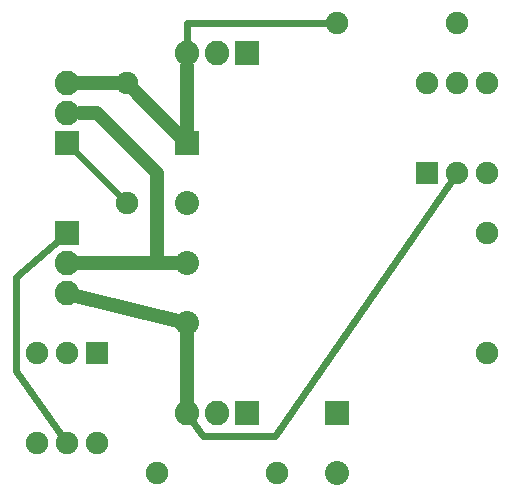
<source format=gtl>
G04 MADE WITH FRITZING*
G04 WWW.FRITZING.ORG*
G04 DOUBLE SIDED*
G04 HOLES PLATED*
G04 CONTOUR ON CENTER OF CONTOUR VECTOR*
%ASAXBY*%
%FSLAX23Y23*%
%MOIN*%
%OFA0B0*%
%SFA1.0B1.0*%
%ADD10C,0.075000*%
%ADD11C,0.082000*%
%ADD12C,0.080000*%
%ADD13R,0.075000X0.075000*%
%ADD14R,0.082000X0.082000*%
%ADD15R,0.080000X0.080000*%
%ADD16C,0.048000*%
%ADD17C,0.024000*%
%LNCOPPER1*%
G90*
G70*
G54D10*
X1599Y1151D03*
X1599Y1451D03*
X1699Y1151D03*
X1699Y1451D03*
X1799Y1151D03*
X1799Y1451D03*
X499Y551D03*
X499Y251D03*
X399Y551D03*
X399Y251D03*
X299Y551D03*
X299Y251D03*
G54D11*
X999Y351D03*
X899Y351D03*
X799Y351D03*
X399Y1251D03*
X399Y1351D03*
X399Y1451D03*
X399Y951D03*
X399Y851D03*
X399Y751D03*
X999Y1551D03*
X899Y1551D03*
X799Y1551D03*
G54D12*
X799Y1251D03*
X799Y1051D03*
X799Y851D03*
X799Y651D03*
X1299Y351D03*
X1299Y151D03*
G54D10*
X1699Y1651D03*
X1299Y1651D03*
X1799Y951D03*
X1799Y551D03*
X599Y1051D03*
X599Y1451D03*
X699Y151D03*
X1099Y151D03*
G54D13*
X1599Y1151D03*
X499Y551D03*
G54D14*
X999Y351D03*
X399Y1251D03*
X399Y951D03*
X999Y1551D03*
G54D15*
X799Y1251D03*
X1299Y351D03*
G54D16*
X756Y851D02*
X698Y852D01*
D02*
X698Y852D02*
X698Y1150D01*
D02*
X499Y1351D02*
X442Y1351D01*
D02*
X698Y1150D02*
X499Y1351D01*
D02*
X799Y1293D02*
X799Y1508D01*
G54D17*
D02*
X421Y1228D02*
X578Y1071D01*
D02*
X382Y274D02*
X228Y492D01*
X228Y492D02*
X228Y804D01*
X228Y804D02*
X374Y930D01*
D02*
X1682Y1127D02*
X1092Y276D01*
X1092Y276D02*
X852Y276D01*
X852Y276D02*
X817Y325D01*
G54D16*
D02*
X768Y658D02*
X430Y743D01*
D02*
X799Y383D02*
X799Y620D01*
D02*
X767Y851D02*
X431Y851D01*
D02*
X570Y1451D02*
X431Y1451D01*
D02*
X777Y1273D02*
X619Y1431D01*
G54D17*
D02*
X799Y1583D02*
X799Y1650D01*
D02*
X799Y1650D02*
X1270Y1651D01*
G04 End of Copper1*
M02*
</source>
